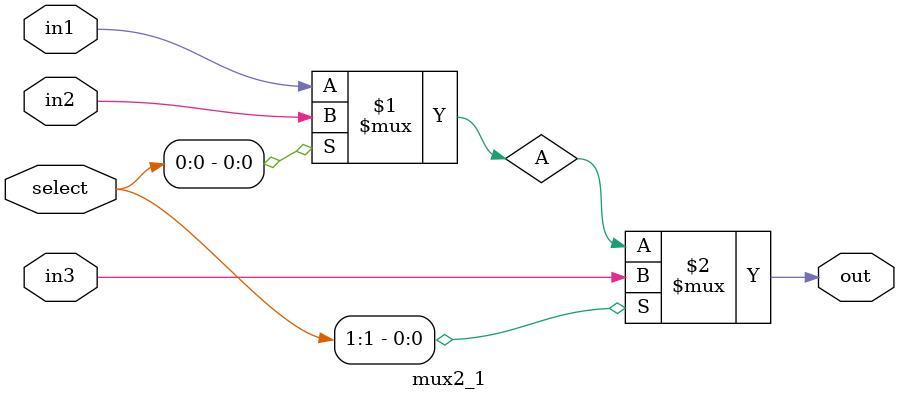
<source format=v>
module mux2_1(in1, in2, in3 ,  select, out);

// define input  port
input in1, in2, in3;
input [1:0]select;

// define the output port
output out;

wire A;

// assign one of the inputs to the output based upon select line input
assign A = select[0] ? in2 : in1;
assign out = select[1] ? in3 : A;
endmodule 
</source>
